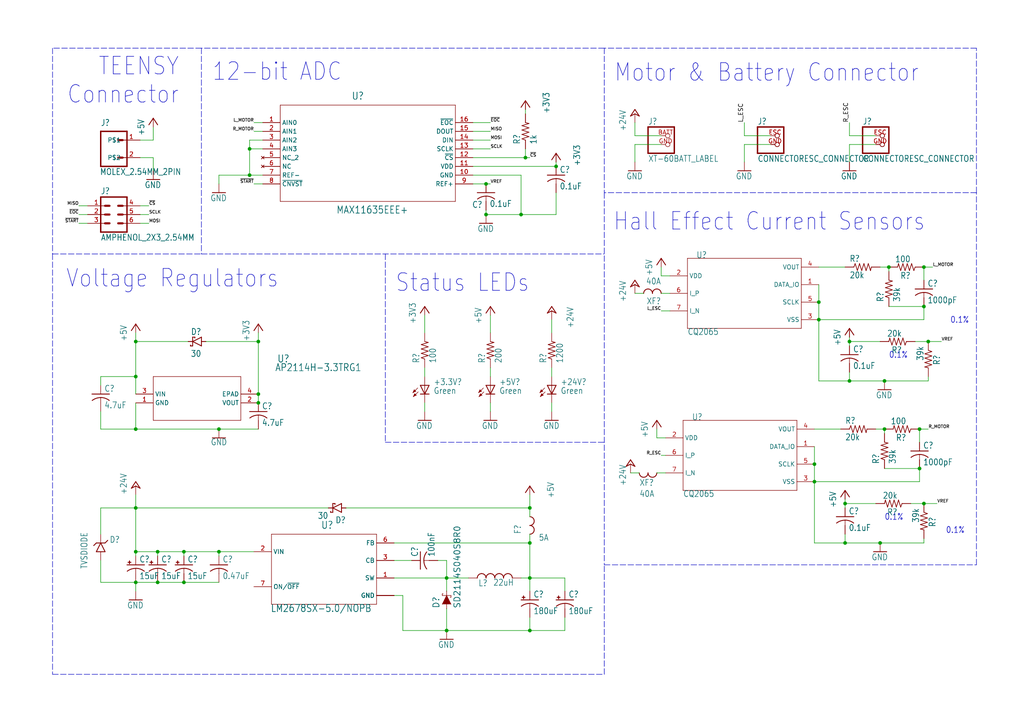
<source format=kicad_sch>
(kicad_sch (version 20211123) (generator eeschema)
  (paper "A4")
  (lib_symbols
    (symbol "powerDistribution-eagle-import:+24V" (power)
      (property "Value" "+24V" (at -2.54 -5.08 90))
      (symbol "+24V_1_0"
        (pin power_in line (at 0 -2.54 90) (length 2.54) (name "+24V") (number "1"))
      )
    )
    (symbol "powerDistribution-eagle-import:+3V3" (power)
      (property "Value" "+3V3" (at -2.54 -5.08 90))
      (symbol "+3V3_1_0"
        (pin power_in line (at 0 -2.54 90) (length 2.54) (name "+3V3") (number "1"))
      )
    )
    (symbol "powerDistribution-eagle-import:+5V" (power)
      (property "Value" "+5V" (at -2.54 -5.08 90))
      (symbol "+5V_1_0"
        (pin power_in line (at 0 -2.54 90) (length 2.54) (name "+5V") (number "1"))
      )
    )
    (symbol "powerDistribution-eagle-import:3550(2)"
      (property "Value" "3550(2)" (at -2.54 -2.54 0))
      (symbol "3550(2)_1_0"
        (pin bidirectional line (at -2.54 0 0) (length 0) (name "1") (number "1"))
        (pin bidirectional line (at -2.54 0 0) (length 0) (name "1") (number "2"))
        (pin bidirectional line (at 2.54 0 180) (length 0) (name "2") (number "3"))
        (pin bidirectional line (at 2.54 0 180) (length 0) (name "2") (number "4"))
      )
    )
    (symbol "powerDistribution-eagle-import:7447709220"
      (property "Value" "7447709220" (at 2.54 -6.35 0))
      (symbol "7447709220_1_0"
        (pin passive line (at 0 7.62 270) (length 2.54) (name "1") (number "1"))
        (pin passive line (at 0 -7.62 90) (length 2.54) (name "2") (number "2"))
      )
    )
    (symbol "powerDistribution-eagle-import:860010373009"
      (property "Reference" "C" (at 1.016 0.635 0))
      (property "Value" "860010373009" (at 1.016 -4.191 0))
      (symbol "860010373009_1_0"
        (pin passive line (at 0 2.54 270) (length 2.54) (name "+") (number "1"))
        (pin passive line (at 0 -5.08 90) (length 2.54) (name "-") (number "2"))
      )
    )
    (symbol "powerDistribution-eagle-import:AMPHENOL_2X3_2.54MM"
      (property "Value" "AMPHENOL_2X3_2.54MM" (at -3.81 -7.62 0))
      (symbol "AMPHENOL_2X3_2.54MM_1_0"
        (pin passive line (at -7.62 2.54 0) (length 5.08) (name "6") (number "1"))
        (pin passive line (at -7.62 0 0) (length 5.08) (name "4") (number "2"))
        (pin passive line (at -7.62 -2.54 0) (length 5.08) (name "2") (number "3"))
        (pin passive line (at 7.62 2.54 180) (length 5.08) (name "5") (number "4"))
        (pin passive line (at 7.62 0 180) (length 5.08) (name "3") (number "5"))
        (pin passive line (at 7.62 -2.54 180) (length 5.08) (name "1") (number "6"))
      )
    )
    (symbol "powerDistribution-eagle-import:AP2114H-3.3TRG1"
      (property "Reference" "U" (at -4.7244 6.5786 0))
      (property "Value" "AP2114H-3.3TRG1" (at -5.3594 -11.2014 0))
      (symbol "AP2114H-3.3TRG1_1_0"
        (pin power_in line (at -17.78 -2.54 0) (length 5.08) (name "GND") (number "1"))
        (pin output line (at 17.78 -2.54 180) (length 5.08) (name "VOUT") (number "2"))
        (pin input line (at -17.78 0 0) (length 5.08) (name "VIN") (number "3"))
        (pin passive line (at 17.78 0 180) (length 5.08) (name "EPAD") (number "4"))
      )
    )
    (symbol "powerDistribution-eagle-import:C-USC0603"
      (property "Reference" "C" (at 1.016 0.635 0))
      (property "Value" "C-USC0603" (at 1.016 -4.191 0))
      (symbol "C-USC0603_1_0"
        (pin passive line (at 0 2.54 270) (length 2.54) (name "1") (number "1"))
        (pin passive line (at 0 -5.08 90) (length 2.54) (name "2") (number "2"))
      )
    )
    (symbol "powerDistribution-eagle-import:CONNECTORESC_CONNECTOR"
      (property "Value" "CONNECTORESC_CONNECTOR" (at -6.35 -5.08 0))
      (symbol "CONNECTORESC_CONNECTOR_1_0"
        (pin passive inverted (at -2.54 2.54 0) (length 2.54) (name "1") (number "ESC"))
        (pin passive inverted (at -2.54 0 0) (length 2.54) (name "2") (number "GND"))
      )
    )
    (symbol "powerDistribution-eagle-import:CQ2065"
      (property "Value" "CQ2065" (at -15.24 -10.16 0))
      (symbol "CQ2065_1_0"
        (pin bidirectional line (at 22.86 2.54 180) (length 5.08) (name "DATA_IO") (number "1"))
        (pin bidirectional line (at -20.32 5.08 0) (length 5.08) (name "VDD") (number "2"))
        (pin bidirectional line (at 22.86 -7.62 180) (length 5.08) (name "VSS") (number "3"))
        (pin bidirectional line (at 22.86 7.62 180) (length 5.08) (name "VOUT") (number "4"))
        (pin bidirectional line (at 22.86 -2.54 180) (length 5.08) (name "SCLK") (number "5"))
        (pin bidirectional line (at -20.32 0 0) (length 5.08) (name "I_P") (number "6"))
        (pin bidirectional line (at -20.32 -5.08 0) (length 5.08) (name "I_N") (number "7"))
      )
    )
    (symbol "powerDistribution-eagle-import:DFLS130L-7"
      (property "Reference" "D" (at -2.54 2.54 0))
      (property "Value" "DFLS130L-7" (at -2.54 -2.54 0))
      (symbol "DFLS130L-7_1_0"
        (pin passive line (at -2.54 0 0) (length 0) (name "A") (number "1"))
        (pin passive line (at 2.54 0 180) (length 0) (name "C") (number "2"))
      )
    )
    (symbol "powerDistribution-eagle-import:ERB-RE5R00V"
      (property "Value" "ERB-RE5R00V" (at -2.54 -2.54 0))
      (symbol "ERB-RE5R00V_1_0"
        (pin bidirectional line (at -2.54 0 0) (length 0) (name "1") (number "1"))
        (pin bidirectional line (at 2.54 0 180) (length 0) (name "2") (number "2"))
      )
    )
    (symbol "powerDistribution-eagle-import:GND" (power)
      (property "Value" "GND" (at 0 -0.254 0))
      (symbol "GND_1_0"
        (pin power_in line (at 0 2.54 270) (length 2.54) (name "GND") (number "1"))
      )
    )
    (symbol "powerDistribution-eagle-import:LED-SMD"
      (property "Reference" "D" (at 2.54 2.54 0))
      (property "Value" "LED-SMD" (at 2.54 0 0))
      (symbol "LED-SMD_1_0"
        (pin passive line (at 0 5.08 270) (length 2.54) (name "A") (number "A"))
        (pin passive line (at 0 -2.54 90) (length 2.54) (name "K") (number "C"))
      )
    )
    (symbol "powerDistribution-eagle-import:LM2678SX-5.0{slash}NOPB"
      (property "Reference" "U" (at -14.8844 11.6586 0))
      (property "Value" "LM2678SX-5.0{slash}NOPB" (at -15.5194 -11.2014 0))
      (symbol "LM2678SX-5.0{slash}NOPB_1_0"
        (pin output line (at 20.32 -2.54 180) (length 5.08) (name "SW") (number "1"))
        (pin input line (at -20.32 5.08 0) (length 5.08) (name "VIN") (number "2"))
        (pin passive line (at 20.32 2.54 180) (length 5.08) (name "CB") (number "3"))
        (pin passive line (at 20.32 -7.62 180) (length 5.08) (name "GND") (number "4"))
        (pin passive line (at 20.32 7.62 180) (length 5.08) (name "FB") (number "6"))
        (pin passive line (at -20.32 -5.08 0) (length 5.08) (name "ON/~{OFF}") (number "7"))
        (pin passive line (at 20.32 -7.62 180) (length 5.08) (name "GND") (number "8"))
      )
    )
    (symbol "powerDistribution-eagle-import:MAX11635EEE+"
      (property "Reference" "U" (at -4.7244 16.7386 0))
      (property "Value" "MAX11635EEE+" (at -5.3594 14.1986 0))
      (symbol "MAX11635EEE+_1_0"
        (pin input line (at -30.48 7.62 0) (length 5.08) (name "AIN0") (number "1"))
        (pin power_in line (at 30.48 -7.62 180) (length 5.08) (name "GND") (number "10"))
        (pin power_in line (at 30.48 -5.08 180) (length 5.08) (name "VDD") (number "11"))
        (pin passive line (at 30.48 -2.54 180) (length 5.08) (name "~{CS}") (number "12"))
        (pin passive line (at 30.48 0 180) (length 5.08) (name "SCLK") (number "13"))
        (pin input line (at 30.48 2.54 180) (length 5.08) (name "DIN") (number "14"))
        (pin output line (at 30.48 5.08 180) (length 5.08) (name "DOUT") (number "15"))
        (pin passive line (at 30.48 7.62 180) (length 5.08) (name "~{EOC}") (number "16"))
        (pin input line (at -30.48 5.08 0) (length 5.08) (name "AIN1") (number "2"))
        (pin input line (at -30.48 2.54 0) (length 5.08) (name "AIN2") (number "3"))
        (pin input line (at -30.48 0 0) (length 5.08) (name "AIN3") (number "4"))
        (pin no_connect line (at -30.48 -2.54 0) (length 5.08) (name "NC_2") (number "5"))
        (pin no_connect line (at -30.48 -5.08 0) (length 5.08) (name "NC") (number "6"))
        (pin passive line (at -30.48 -7.62 0) (length 5.08) (name "REF-") (number "7"))
        (pin passive line (at -30.48 -10.16 0) (length 5.08) (name "~{CNVST}") (number "8"))
        (pin passive line (at 30.48 -10.16 180) (length 5.08) (name "REF+") (number "9"))
      )
    )
    (symbol "powerDistribution-eagle-import:MOLEX_2.54MM_2PIN"
      (property "Value" "MOLEX_2.54MM_2PIN" (at -4.064 -7.62 0))
      (symbol "MOLEX_2.54MM_2PIN_1_0"
        (pin bidirectional line (at 7.62 2.54 180) (length 5.08) (name "P$1") (number "1"))
        (pin bidirectional line (at 7.62 -2.54 180) (length 5.08) (name "P$2") (number "2"))
      )
    )
    (symbol "powerDistribution-eagle-import:R-US_R0603"
      (property "Reference" "R" (at -3.81 1.4986 0))
      (property "Value" "R-US_R0603" (at -3.81 -3.302 0))
      (symbol "R-US_R0603_1_0"
        (pin passive line (at -5.08 0 0) (length 2.54) (name "1") (number "1"))
        (pin passive line (at 5.08 0 180) (length 2.54) (name "2") (number "2"))
      )
    )
    (symbol "powerDistribution-eagle-import:SD2114S040S8R0"
      (property "Value" "SD2114S040S8R0" (at -2.54 -2.032 0))
      (symbol "SD2114S040S8R0_1_0"
        (pin passive line (at -2.54 0 0) (length 0) (name "A") (number "1"))
        (pin passive line (at 2.54 0 180) (length 0) (name "C") (number "2"))
      )
    )
    (symbol "powerDistribution-eagle-import:TR3E156M050C0300"
      (property "Reference" "C" (at 1.016 0.635 0))
      (property "Value" "TR3E156M050C0300" (at 1.016 -4.191 0))
      (symbol "TR3E156M050C0300_1_0"
        (pin passive line (at 0 2.54 270) (length 2.54) (name "+") (number "1"))
        (pin passive line (at 0 -5.08 90) (length 2.54) (name "-") (number "2"))
      )
    )
    (symbol "powerDistribution-eagle-import:TVSDIODE"
      (property "Value" "TVSDIODE" (at 2.54 -2.54 0))
      (symbol "TVSDIODE_1_0"
        (pin passive line (at 0 -5.08 90) (length 2.54) (name "A") (number "P$1"))
        (pin passive line (at 0 2.54 270) (length 2.54) (name "C") (number "P$2"))
      )
    )
    (symbol "powerDistribution-eagle-import:XT-60BATT_LABEL"
      (property "Reference" "J" (at -6.35 5.715 0))
      (property "Value" "XT-60BATT_LABEL" (at -6.35 -5.08 0))
      (symbol "XT-60BATT_LABEL_1_0"
        (pin passive inverted (at -2.54 2.54 0) (length 2.54) (name "1") (number "BATT"))
        (pin passive inverted (at -2.54 0 0) (length 2.54) (name "2") (number "GND"))
      )
    )
  )
  (junction (at 269.24 99.06))
  (junction (at 257.81 77.47))
  (junction (at 256.54 124.46))
  (junction (at 74.93 116.84))
  (junction (at 129.54 182.88))
  (junction (at 237.49 87.63))
  (junction (at 246.38 99.06))
  (junction (at 39.37 124.46))
  (junction (at 53.34 168.91))
  (junction (at 45.72 160.02))
  (junction (at 72.39 50.8))
  (junction (at 74.93 114.3))
  (junction (at 245.11 146.05))
  (junction (at 39.37 168.91))
  (junction (at 266.7 124.46))
  (junction (at 266.7 135.89))
  (junction (at 151.13 62.23))
  (junction (at 236.22 139.7))
  (junction (at 267.97 77.47))
  (junction (at 236.22 134.62))
  (junction (at 140.97 62.23))
  (junction (at 129.54 167.64))
  (junction (at 63.5 124.46))
  (junction (at 255.27 157.48))
  (junction (at 267.97 88.9))
  (junction (at 256.54 110.49))
  (junction (at 246.38 110.49))
  (junction (at 140.97 53.34))
  (junction (at 39.37 160.02))
  (junction (at 74.93 99.06))
  (junction (at 153.67 147.32))
  (junction (at 45.72 168.91))
  (junction (at 237.49 92.71))
  (junction (at 153.67 157.48))
  (junction (at 63.5 160.02))
  (junction (at 39.37 147.32))
  (junction (at 245.11 157.48))
  (junction (at 39.37 99.06))
  (junction (at 53.34 160.02))
  (junction (at 152.4 45.72))
  (junction (at 153.67 182.88))
  (junction (at 153.67 167.64))
  (junction (at 267.97 146.05))
  (junction (at 72.39 43.18))
  (junction (at 161.29 48.26))
  (junction (at 39.37 109.22))
  (wire (pts (xy 40.64 59.69) (xy 43.18 59.69)))
  (wire (pts (xy 266.7 124.46) (xy 269.24 124.46)))
  (wire (pts (xy 269.24 99.06) (xy 265.43 99.06)))
  (wire (pts (xy 237.49 110.49) (xy 246.38 110.49)))
  (wire (pts (xy 63.5 50.8) (xy 63.5 53.34)))
  (wire (pts (xy 182.88 137.16) (xy 185.42 137.16)))
  (wire (pts (xy 153.67 154.94) (xy 153.67 157.48)))
  (wire (pts (xy 72.39 43.18) (xy 76.2 43.18)))
  (wire (pts (xy 127 162.56) (xy 129.54 162.56)))
  (wire (pts (xy 245.11 154.94) (xy 245.11 157.48)))
  (wire (pts (xy 29.21 147.32) (xy 29.21 154.94)))
  (wire (pts (xy 152.4 45.72) (xy 153.67 45.72)))
  (wire (pts (xy 29.21 109.22) (xy 29.21 111.76)))
  (wire (pts (xy 142.24 116.84) (xy 142.24 119.38)))
  (wire (pts (xy 160.02 116.84) (xy 160.02 119.38)))
  (wire (pts (xy 39.37 96.52) (xy 39.37 99.06)))
  (wire (pts (xy 153.67 157.48) (xy 114.3 157.48)))
  (wire (pts (xy 151.13 62.23) (xy 161.29 62.23)))
  (polyline (pts (xy 15.24 73.66) (xy 15.24 195.58)))
  (wire (pts (xy 246.38 97.79) (xy 246.38 99.06)))
  (wire (pts (xy 63.5 161.29) (xy 63.5 160.02)))
  (wire (pts (xy 39.37 109.22) (xy 29.21 109.22)))
  (wire (pts (xy 236.22 157.48) (xy 245.11 157.48)))
  (wire (pts (xy 44.45 40.64) (xy 44.45 36.83)))
  (wire (pts (xy 236.22 124.46) (xy 243.84 124.46)))
  (polyline (pts (xy 111.76 128.27) (xy 175.26 128.27)))
  (wire (pts (xy 246.38 39.37) (xy 246.38 35.56)))
  (wire (pts (xy 152.4 33.02) (xy 152.4 31.75)))
  (wire (pts (xy 191.77 41.91) (xy 184.15 41.91)))
  (wire (pts (xy 25.4 62.23) (xy 22.86 62.23)))
  (wire (pts (xy 45.72 168.91) (xy 53.34 168.91)))
  (wire (pts (xy 114.3 167.64) (xy 129.54 167.64)))
  (wire (pts (xy 256.54 135.89) (xy 266.7 135.89)))
  (wire (pts (xy 184.15 35.56) (xy 184.15 39.37)))
  (wire (pts (xy 194.31 90.17) (xy 191.77 90.17)))
  (wire (pts (xy 246.38 99.06) (xy 246.38 100.33)))
  (wire (pts (xy 215.9 39.37) (xy 215.9 35.56)))
  (wire (pts (xy 39.37 147.32) (xy 95.25 147.32)))
  (wire (pts (xy 256.54 110.49) (xy 269.24 110.49)))
  (wire (pts (xy 39.37 171.45) (xy 39.37 168.91)))
  (polyline (pts (xy 15.24 73.66) (xy 58.42 73.66)))
  (wire (pts (xy 39.37 116.84) (xy 39.37 124.46)))
  (wire (pts (xy 100.33 147.32) (xy 153.67 147.32)))
  (wire (pts (xy 223.52 41.91) (xy 215.9 41.91)))
  (wire (pts (xy 44.45 45.72) (xy 44.45 49.53)))
  (wire (pts (xy 116.84 172.72) (xy 116.84 182.88)))
  (wire (pts (xy 246.38 99.06) (xy 255.27 99.06)))
  (wire (pts (xy 190.5 127) (xy 193.04 127)))
  (wire (pts (xy 267.97 157.48) (xy 267.97 156.21)))
  (wire (pts (xy 135.89 167.64) (xy 129.54 167.64)))
  (wire (pts (xy 267.97 77.47) (xy 270.51 77.47)))
  (polyline (pts (xy 175.26 13.97) (xy 175.26 55.88)))
  (polyline (pts (xy 283.21 13.97) (xy 175.26 13.97)))
  (wire (pts (xy 153.67 182.88) (xy 153.67 179.07)))
  (wire (pts (xy 254 41.91) (xy 246.38 41.91)))
  (wire (pts (xy 223.52 39.37) (xy 215.9 39.37)))
  (wire (pts (xy 140.97 53.34) (xy 142.24 53.34)))
  (wire (pts (xy 266.7 139.7) (xy 266.7 135.89)))
  (wire (pts (xy 256.54 124.46) (xy 256.54 125.73)))
  (wire (pts (xy 137.16 48.26) (xy 161.29 48.26)))
  (wire (pts (xy 123.19 91.44) (xy 123.19 96.52)))
  (wire (pts (xy 129.54 182.88) (xy 116.84 182.88)))
  (wire (pts (xy 255.27 157.48) (xy 267.97 157.48)))
  (wire (pts (xy 267.97 146.05) (xy 271.78 146.05)))
  (wire (pts (xy 190.5 137.16) (xy 193.04 137.16)))
  (wire (pts (xy 186.69 85.09) (xy 184.15 85.09)))
  (wire (pts (xy 151.13 50.8) (xy 151.13 62.23)))
  (wire (pts (xy 246.38 41.91) (xy 246.38 46.99)))
  (wire (pts (xy 140.97 62.23) (xy 140.97 60.96)))
  (wire (pts (xy 137.16 40.64) (xy 142.24 40.64)))
  (wire (pts (xy 129.54 167.64) (xy 129.54 171.45)))
  (wire (pts (xy 59.69 99.06) (xy 74.93 99.06)))
  (wire (pts (xy 236.22 134.62) (xy 236.22 139.7)))
  (wire (pts (xy 76.2 40.64) (xy 72.39 40.64)))
  (wire (pts (xy 160.02 92.71) (xy 160.02 96.52)))
  (wire (pts (xy 72.39 43.18) (xy 72.39 50.8)))
  (wire (pts (xy 163.83 182.88) (xy 163.83 179.07)))
  (polyline (pts (xy 283.21 55.88) (xy 175.26 55.88)))
  (wire (pts (xy 53.34 160.02) (xy 53.34 161.29)))
  (wire (pts (xy 193.04 132.08) (xy 191.77 132.08)))
  (wire (pts (xy 267.97 81.28) (xy 267.97 77.47)))
  (wire (pts (xy 163.83 167.64) (xy 163.83 171.45)))
  (polyline (pts (xy 175.26 195.58) (xy 175.26 163.83)))
  (wire (pts (xy 160.02 106.68) (xy 160.02 109.22)))
  (wire (pts (xy 39.37 99.06) (xy 54.61 99.06)))
  (wire (pts (xy 53.34 160.02) (xy 45.72 160.02)))
  (wire (pts (xy 161.29 62.23) (xy 161.29 55.88)))
  (wire (pts (xy 39.37 124.46) (xy 29.21 124.46)))
  (wire (pts (xy 123.19 106.68) (xy 123.19 109.22)))
  (wire (pts (xy 137.16 45.72) (xy 152.4 45.72)))
  (wire (pts (xy 237.49 82.55) (xy 237.49 87.63)))
  (wire (pts (xy 153.67 171.45) (xy 153.67 167.64)))
  (wire (pts (xy 129.54 182.88) (xy 129.54 176.53)))
  (wire (pts (xy 72.39 50.8) (xy 63.5 50.8)))
  (wire (pts (xy 137.16 53.34) (xy 140.97 53.34)))
  (wire (pts (xy 267.97 146.05) (xy 264.16 146.05)))
  (wire (pts (xy 245.11 146.05) (xy 254 146.05)))
  (wire (pts (xy 114.3 172.72) (xy 116.84 172.72)))
  (wire (pts (xy 153.67 182.88) (xy 163.83 182.88)))
  (wire (pts (xy 254 39.37) (xy 246.38 39.37)))
  (wire (pts (xy 39.37 99.06) (xy 39.37 109.22)))
  (wire (pts (xy 114.3 162.56) (xy 119.38 162.56)))
  (wire (pts (xy 246.38 107.95) (xy 246.38 110.49)))
  (wire (pts (xy 137.16 43.18) (xy 142.24 43.18)))
  (wire (pts (xy 237.49 77.47) (xy 245.11 77.47)))
  (wire (pts (xy 39.37 161.29) (xy 39.37 160.02)))
  (wire (pts (xy 194.31 85.09) (xy 191.77 85.09)))
  (wire (pts (xy 245.11 144.78) (xy 245.11 146.05)))
  (wire (pts (xy 72.39 40.64) (xy 72.39 43.18)))
  (wire (pts (xy 76.2 38.1) (xy 73.66 38.1)))
  (wire (pts (xy 237.49 92.71) (xy 267.97 92.71)))
  (wire (pts (xy 40.64 45.72) (xy 44.45 45.72)))
  (wire (pts (xy 39.37 147.32) (xy 29.21 147.32)))
  (wire (pts (xy 40.64 64.77) (xy 43.18 64.77)))
  (wire (pts (xy 45.72 160.02) (xy 39.37 160.02)))
  (wire (pts (xy 76.2 50.8) (xy 72.39 50.8)))
  (wire (pts (xy 137.16 35.56) (xy 142.24 35.56)))
  (wire (pts (xy 39.37 147.32) (xy 39.37 160.02)))
  (polyline (pts (xy 58.42 13.97) (xy 58.42 73.66)))
  (polyline (pts (xy 175.26 55.88) (xy 175.26 163.83)))
  (wire (pts (xy 257.81 88.9) (xy 267.97 88.9)))
  (wire (pts (xy 45.72 160.02) (xy 45.72 161.29)))
  (wire (pts (xy 29.21 162.56) (xy 29.21 168.91)))
  (wire (pts (xy 142.24 106.68) (xy 142.24 109.22)))
  (wire (pts (xy 153.67 167.64) (xy 163.83 167.64)))
  (polyline (pts (xy 175.26 163.83) (xy 283.21 163.83)))
  (polyline (pts (xy 111.76 73.66) (xy 111.76 128.27)))
  (wire (pts (xy 123.19 116.84) (xy 123.19 119.38)))
  (wire (pts (xy 39.37 124.46) (xy 63.5 124.46)))
  (wire (pts (xy 76.2 35.56) (xy 73.66 35.56)))
  (wire (pts (xy 237.49 92.71) (xy 237.49 110.49)))
  (wire (pts (xy 245.11 157.48) (xy 255.27 157.48)))
  (wire (pts (xy 129.54 162.56) (xy 129.54 167.64)))
  (wire (pts (xy 236.22 129.54) (xy 236.22 134.62)))
  (wire (pts (xy 25.4 64.77) (xy 22.86 64.77)))
  (wire (pts (xy 257.81 77.47) (xy 257.81 78.74)))
  (wire (pts (xy 254 124.46) (xy 256.54 124.46)))
  (polyline (pts (xy 15.24 13.97) (xy 15.24 73.66)))
  (wire (pts (xy 39.37 168.91) (xy 45.72 168.91)))
  (wire (pts (xy 25.4 59.69) (xy 22.86 59.69)))
  (wire (pts (xy 184.15 39.37) (xy 191.77 39.37)))
  (wire (pts (xy 153.67 147.32) (xy 153.67 149.86)))
  (polyline (pts (xy 283.21 163.83) (xy 283.21 55.88)))
  (wire (pts (xy 74.93 96.52) (xy 74.93 99.06)))
  (wire (pts (xy 246.38 110.49) (xy 256.54 110.49)))
  (wire (pts (xy 39.37 143.51) (xy 39.37 147.32)))
  (wire (pts (xy 142.24 91.44) (xy 142.24 96.52)))
  (wire (pts (xy 29.21 124.46) (xy 29.21 119.38)))
  (wire (pts (xy 269.24 99.06) (xy 273.05 99.06)))
  (wire (pts (xy 191.77 80.01) (xy 194.31 80.01)))
  (wire (pts (xy 266.7 128.27) (xy 266.7 124.46)))
  (wire (pts (xy 236.22 139.7) (xy 236.22 157.48)))
  (wire (pts (xy 237.49 87.63) (xy 237.49 92.71)))
  (wire (pts (xy 53.34 168.91) (xy 63.5 168.91)))
  (wire (pts (xy 267.97 92.71) (xy 267.97 88.9)))
  (wire (pts (xy 236.22 139.7) (xy 266.7 139.7)))
  (wire (pts (xy 153.67 182.88) (xy 129.54 182.88)))
  (wire (pts (xy 40.64 40.64) (xy 44.45 40.64)))
  (wire (pts (xy 76.2 53.34) (xy 73.66 53.34)))
  (wire (pts (xy 152.4 43.18) (xy 152.4 45.72)))
  (wire (pts (xy 215.9 41.91) (xy 215.9 46.99)))
  (wire (pts (xy 255.27 77.47) (xy 257.81 77.47)))
  (wire (pts (xy 29.21 168.91) (xy 39.37 168.91)))
  (wire (pts (xy 245.11 146.05) (xy 245.11 147.32)))
  (polyline (pts (xy 283.21 55.88) (xy 283.21 13.97)))
  (wire (pts (xy 63.5 160.02) (xy 53.34 160.02)))
  (wire (pts (xy 74.93 99.06) (xy 74.93 114.3)))
  (wire (pts (xy 153.67 167.64) (xy 153.67 157.48)))
  (wire (pts (xy 161.29 48.26) (xy 161.29 46.99)))
  (wire (pts (xy 151.13 167.64) (xy 153.67 167.64)))
  (wire (pts (xy 269.24 110.49) (xy 269.24 109.22)))
  (wire (pts (xy 190.5 124.46) (xy 190.5 127)))
  (wire (pts (xy 40.64 62.23) (xy 43.18 62.23)))
  (polyline (pts (xy 15.24 195.58) (xy 175.26 195.58)))
  (wire (pts (xy 63.5 160.02) (xy 73.66 160.02)))
  (wire (pts (xy 74.93 116.84) (xy 74.93 114.3)))
  (wire (pts (xy 191.77 77.47) (xy 191.77 80.01)))
  (wire (pts (xy 137.16 50.8) (xy 151.13 50.8)))
  (polyline (pts (xy 58.42 73.66) (xy 175.26 73.66)))
  (polyline (pts (xy 175.26 13.97) (xy 58.42 13.97)))
  (wire (pts (xy 151.13 62.23) (xy 140.97 62.23)))
  (wire (pts (xy 39.37 114.3) (xy 39.37 109.22)))
  (wire (pts (xy 153.67 147.32) (xy 153.67 143.51)))
  (wire (pts (xy 74.93 124.46) (xy 63.5 124.46)))
  (polyline (pts (xy 58.42 13.97) (xy 15.24 13.97)))
  (wire (pts (xy 184.15 41.91) (xy 184.15 46.99)))
  (wire (pts (xy 137.16 38.1) (xy 142.24 38.1)))
  (text "0.1%" (at 274.32 154.94 180) (effects (font (size 1.778 1.5113)) (justify left bottom)))
  (text "12-bit ADC" (at 61.468 23.876 180) (effects (font (size 5.08 4.318)) (justify left bottom)))
  (text "0.1%" (at 257.81 104.14 180) (effects (font (size 1.778 1.5113)) (justify left bottom)))
  (text "Hall Effect Current Sensors" (at 177.8 67.31 180) (effects (font (size 5.08 4.318)) (justify left bottom)))
  (text "0.1%" (at 275.59 93.98 180) (effects (font (size 1.778 1.5113)) (justify left bottom)))
  (text "Motor & Battery Connector" (at 266.7 24.13 180) (effects (font (size 5.08 4.318)) (justify right bottom)))
  (text "TEENSY\nConnector" (at 52.07 30.48 180) (effects (font (size 5.08 4.318)) (justify right bottom)))
  (text "0.1%" (at 256.54 151.13 180) (effects (font (size 1.778 1.5113)) (justify left bottom)))
  (text "Voltage Regulators" (at 19.05 83.82 180) (effects (font (size 5.08 4.318)) (justify left bottom)))
  (text "Status LEDs" (at 153.67 85.09 180) (effects (font (size 5.08 4.318)) (justify right bottom)))
  (label "~{START}" (at 73.66 53.34 180) (effects (font (size 0.889 0.889))))
  (label "L_ESC" (at 191.77 90.17 180) (effects (font (size 0.889 0.889))))
  (label "~{CS}" (at 43.18 59.69 0) (effects (font (size 0.889 0.889))))
  (label "L_MOTOR" (at 73.66 35.56 180) (effects (font (size 0.889 0.889))))
  (label "R_MOTOR" (at 73.66 38.1 180) (effects (font (size 0.889 0.889))))
  (label "~{START}" (at 22.86 64.77 180) (effects (font (size 0.889 0.889))))
  (label "L_ESC" (at 215.9 35.56 90) (effects (font (size 1.2446 1.2446))))
  (label "L_MOTOR" (at 270.51 77.47 0) (effects (font (size 0.889 0.889))))
  (label "R_ESC" (at 246.38 35.56 90) (effects (font (size 1.2446 1.2446))))
  (label "MOSI" (at 142.24 40.64 0) (effects (font (size 0.889 0.889))))
  (label "MISO" (at 142.24 38.1 0) (effects (font (size 0.889 0.889))))
  (label "R_ESC" (at 191.77 132.08 180) (effects (font (size 0.889 0.889))))
  (label "SCLK" (at 43.18 62.23 0) (effects (font (size 0.889 0.889))))
  (label "VREF" (at 273.05 99.06 0) (effects (font (size 0.889 0.889))))
  (label "~{CS}" (at 153.67 45.72 0) (effects (font (size 0.889 0.889))))
  (label "~{EOC}" (at 22.86 62.23 180) (effects (font (size 0.889 0.889))))
  (label "SCLK" (at 142.24 43.18 0) (effects (font (size 0.889 0.889))))
  (label "MISO" (at 22.86 59.69 180) (effects (font (size 0.889 0.889))))
  (label "VREF" (at 271.78 146.05 0) (effects (font (size 0.889 0.889))))
  (label "R_MOTOR" (at 269.24 124.46 0) (effects (font (size 0.889 0.889))))
  (label "~{EOC}" (at 142.24 35.56 0) (effects (font (size 0.889 0.889))))
  (label "VREF" (at 142.24 53.34 0) (effects (font (size 0.889 0.889))))
  (label "MOSI" (at 43.18 64.77 0) (effects (font (size 0.889 0.889))))
  (symbol (lib_id "powerDistribution-eagle-import:R-US_R0603") (at 269.24 104.14 270) (unit 1)
    (property "Reference" "R?" (at 270.7386 102.87 0) (effects (font (size 1.778 1.5113)) (justify left bottom)))
    (property "Value" "39k" (at 265.938 100.33 0) (effects (font (size 1.778 1.5113)) (justify left bottom)))
    (property "Footprint" "powerDistribution:R0603" (effects hide))
  )
  (symbol (lib_id "powerDistribution-eagle-import:3550(2)") (at 189.23 85.09 180) (unit 1)
    (property "Reference" "XF?" (at 191.77 86.36 0) (effects (font (size 1.778 1.5113)) (justify left bottom)))
    (property "Value" "40A" (at 191.77 82.55 0) (effects (font (size 1.778 1.5113)) (justify left top)))
    (property "Footprint" "powerDistribution:3550" (effects hide))
  )
  (symbol (lib_id "powerDistribution-eagle-import:+24V") (at 182.88 134.62 0) (unit 1)
    (property "Reference" "#P+?" (effects hide))
    (property "Value" "+24V" (at 181.61 140.97 90) (effects (font (size 1.778 1.5113)) (justify left bottom)))
    (property "Footprint" "powerDistribution:" (effects hide))
  )
  (symbol (lib_id "powerDistribution-eagle-import:R-US_R0603") (at 259.08 146.05 180) (unit 1)
    (property "Reference" "R?" (at 260.35 147.5486 0) (effects (font (size 1.778 1.5113)) (justify left bottom)))
    (property "Value" "20k" (at 260.35 142.748 0) (effects (font (size 1.778 1.5113)) (justify left bottom)))
    (property "Footprint" "powerDistribution:R0603" (effects hide))
  )
  (symbol (lib_id "powerDistribution-eagle-import:860010373009") (at 153.67 173.99 0) (unit 1)
    (property "Reference" "C?" (at 154.686 173.355 0) (effects (font (size 1.778 1.5113)) (justify left bottom)))
    (property "Value" "180uF" (at 154.686 178.181 0) (effects (font (size 1.778 1.5113)) (justify left bottom)))
    (property "Footprint" "powerDistribution:860010373009" (effects hide))
  )
  (symbol (lib_id "powerDistribution-eagle-import:LM2678SX-5.0{slash}NOPB") (at 93.98 165.1 0) (unit 1)
    (property "Reference" "U?" (at 93.0656 153.4414 0) (effects (font (size 2.0828 1.7703)) (justify left bottom)))
    (property "Value" "LM2678SX-5.0{slash}NOPB" (at 78.4606 177.5714 0) (effects (font (size 2.0828 1.7703)) (justify left bottom)))
    (property "Footprint" "powerDistribution:TS7B" (effects hide))
  )
  (symbol (lib_id "powerDistribution-eagle-import:C-USC0603") (at 29.21 114.3 0) (unit 1)
    (property "Reference" "C?" (at 30.226 113.665 0) (effects (font (size 1.778 1.5113)) (justify left bottom)))
    (property "Value" "4.7uF" (at 30.226 118.491 0) (effects (font (size 1.778 1.5113)) (justify left bottom)))
    (property "Footprint" "powerDistribution:C0603" (effects hide))
  )
  (symbol (lib_id "powerDistribution-eagle-import:GND") (at 142.24 121.92 0) (unit 1)
    (property "Reference" "#GND?" (effects hide))
    (property "Value" "GND" (at 139.7 124.46 0) (effects (font (size 1.778 1.5113)) (justify left bottom)))
    (property "Footprint" "powerDistribution:" (effects hide))
  )
  (symbol (lib_id "powerDistribution-eagle-import:GND") (at 256.54 113.03 0) (unit 1)
    (property "Reference" "#GND?" (effects hide))
    (property "Value" "GND" (at 254 115.57 0) (effects (font (size 1.778 1.5113)) (justify left bottom)))
    (property "Footprint" "powerDistribution:" (effects hide))
  )
  (symbol (lib_id "powerDistribution-eagle-import:C-USC0603") (at 74.93 119.38 0) (unit 1)
    (property "Reference" "C?" (at 75.946 118.745 0) (effects (font (size 1.778 1.5113)) (justify left bottom)))
    (property "Value" "4.7uF" (at 75.946 123.571 0) (effects (font (size 1.778 1.5113)) (justify left bottom)))
    (property "Footprint" "powerDistribution:C0603" (effects hide))
  )
  (symbol (lib_id "powerDistribution-eagle-import:+5V") (at 153.67 140.97 0) (unit 1)
    (property "Reference" "#P+?" (effects hide))
    (property "Value" "+5V" (at 158.75 139.7 90) (effects (font (size 1.778 1.5113)) (justify right top)))
    (property "Footprint" "powerDistribution:" (effects hide))
  )
  (symbol (lib_id "powerDistribution-eagle-import:860010373009") (at 163.83 173.99 0) (unit 1)
    (property "Reference" "C?" (at 164.846 173.355 0) (effects (font (size 1.778 1.5113)) (justify left bottom)))
    (property "Value" "180uF" (at 164.846 178.181 0) (effects (font (size 1.778 1.5113)) (justify left bottom)))
    (property "Footprint" "powerDistribution:860010373009" (effects hide))
  )
  (symbol (lib_id "powerDistribution-eagle-import:R-US_R0603") (at 262.89 77.47 180) (unit 1)
    (property "Reference" "R?" (at 264.16 78.9686 0) (effects (font (size 1.778 1.5113)) (justify left bottom)))
    (property "Value" "100" (at 264.16 74.168 0) (effects (font (size 1.778 1.5113)) (justify left bottom)))
    (property "Footprint" "powerDistribution:R0603" (effects hide))
  )
  (symbol (lib_id "powerDistribution-eagle-import:TVSDIODE") (at 29.21 157.48 0) (unit 1)
    (property "Reference" "D?" (at 31.75 157.48 0) (effects (font (size 1.778 1.5113)) (justify left bottom)))
    (property "Value" "TVSDIODE" (at 25.4 165.1 90) (effects (font (size 1.778 1.5113)) (justify left bottom)))
    (property "Footprint" "powerDistribution:TVSDIODE" (effects hide))
  )
  (symbol (lib_id "powerDistribution-eagle-import:7447709220") (at 143.51 167.64 90) (unit 1)
    (property "Reference" "L?" (at 141.478 168.148 90) (effects (font (size 1.778 1.5113)) (justify left bottom)))
    (property "Value" "22uH" (at 143.002 169.926 90) (effects (font (size 1.778 1.5113)) (justify right top)))
    (property "Footprint" "powerDistribution:INDUCTOR22" (effects hide))
  )
  (symbol (lib_id "powerDistribution-eagle-import:+5V") (at 246.38 95.25 0) (unit 1)
    (property "Reference" "#P+?" (effects hide))
    (property "Value" "+5V" (at 243.84 100.33 90) (effects (font (size 1.778 1.5113)) (justify left bottom)))
    (property "Footprint" "powerDistribution:" (effects hide))
  )
  (symbol (lib_id "powerDistribution-eagle-import:LED-SMD") (at 123.19 114.3 0) (unit 1)
    (property "Reference" "+3.3V?" (at 125.73 111.76 0) (effects (font (size 1.778 1.5113)) (justify left bottom)))
    (property "Value" "Green" (at 125.73 114.3 0) (effects (font (size 1.778 1.5113)) (justify left bottom)))
    (property "Footprint" "powerDistribution:CHIP-LED0603" (effects hide))
  )
  (symbol (lib_id "powerDistribution-eagle-import:SD2114S040S8R0") (at 129.54 173.99 90) (unit 1)
    (property "Reference" "D?" (at 127.508 176.53 0) (effects (font (size 1.778 1.778)) (justify left bottom)))
    (property "Value" "SD2114S040S8R0" (at 131.572 176.53 0) (effects (font (size 1.778 1.778)) (justify left top)))
    (property "Footprint" "powerDistribution:SD2114S040S8R0" (effects hide))
  )
  (symbol (lib_id "powerDistribution-eagle-import:GND") (at 63.5 127 0) (unit 1)
    (property "Reference" "#GND?" (effects hide))
    (property "Value" "GND" (at 63.5 127.254 0) (effects (font (size 1.778 1.5113)) (justify top)))
    (property "Footprint" "powerDistribution:" (effects hide))
  )
  (symbol (lib_id "powerDistribution-eagle-import:+5V") (at 245.11 142.24 0) (unit 1)
    (property "Reference" "#P+?" (effects hide))
    (property "Value" "+5V" (at 242.57 147.32 90) (effects (font (size 1.778 1.5113)) (justify left bottom)))
    (property "Footprint" "powerDistribution:" (effects hide))
  )
  (symbol (lib_id "powerDistribution-eagle-import:ERB-RE5R00V") (at 153.67 152.4 90) (unit 1)
    (property "Reference" "F?" (at 151.13 154.94 0) (effects (font (size 1.778 1.5113)) (justify left bottom)))
    (property "Value" "5A" (at 156.21 154.94 90) (effects (font (size 1.778 1.5113)) (justify right bottom)))
    (property "Footprint" "powerDistribution:ERB-RE5R00V" (effects hide))
  )
  (symbol (lib_id "powerDistribution-eagle-import:+24V") (at 39.37 140.97 0) (unit 1)
    (property "Reference" "#P+?" (effects hide))
    (property "Value" "+24V" (at 36.83 143.51 90) (effects (font (size 1.778 1.5113)) (justify left bottom)))
    (property "Footprint" "powerDistribution:" (effects hide))
  )
  (symbol (lib_id "powerDistribution-eagle-import:MAX11635EEE+") (at 106.68 43.18 0) (unit 1)
    (property "Reference" "U?" (at 101.9556 28.9814 0) (effects (font (size 2.0828 1.7703)) (justify left bottom)))
    (property "Value" "MAX11635EEE+" (at 97.5106 62.0014 0) (effects (font (size 2.0828 1.7703)) (justify left bottom)))
    (property "Footprint" "powerDistribution:21-0055H_16_MXM" (effects hide))
  )
  (symbol (lib_id "powerDistribution-eagle-import:AP2114H-3.3TRG1") (at 57.15 114.3 0) (unit 1)
    (property "Reference" "U?" (at 80.3656 105.1814 0) (effects (font (size 2.0828 1.7703)) (justify left bottom)))
    (property "Value" "AP2114H-3.3TRG1" (at 79.7306 107.7214 0) (effects (font (size 2.0828 1.7703)) (justify left bottom)))
    (property "Footprint" "powerDistribution:SOT-223" (effects hide))
  )
  (symbol (lib_id "powerDistribution-eagle-import:+5V") (at 44.45 34.29 0) (unit 1)
    (property "Reference" "#P+?" (effects hide))
    (property "Value" "+5V" (at 41.91 39.37 90) (effects (font (size 1.778 1.5113)) (justify left bottom)))
    (property "Footprint" "powerDistribution:" (effects hide))
  )
  (symbol (lib_id "powerDistribution-eagle-import:GND") (at 140.97 64.77 0) (unit 1)
    (property "Reference" "#GND?" (effects hide))
    (property "Value" "GND" (at 138.43 67.31 0) (effects (font (size 1.778 1.5113)) (justify left bottom)))
    (property "Footprint" "powerDistribution:" (effects hide))
  )
  (symbol (lib_id "powerDistribution-eagle-import:GND") (at 39.37 173.99 0) (unit 1)
    (property "Reference" "#GND?" (effects hide))
    (property "Value" "GND" (at 36.83 176.53 0) (effects (font (size 1.778 1.5113)) (justify left bottom)))
    (property "Footprint" "powerDistribution:" (effects hide))
  )
  (symbol (lib_id "powerDistribution-eagle-import:GND") (at 215.9 49.53 0) (unit 1)
    (property "Reference" "#GND?" (effects hide))
    (property "Value" "GND" (at 213.36 52.07 0) (effects (font (size 1.778 1.5113)) (justify left bottom)))
    (property "Footprint" "powerDistribution:" (effects hide))
  )
  (symbol (lib_id "powerDistribution-eagle-import:C-USC0603") (at 267.97 83.82 0) (unit 1)
    (property "Reference" "C?" (at 268.986 83.185 0) (effects (font (size 1.778 1.5113)) (justify left bottom)))
    (property "Value" "1000pF" (at 268.986 88.011 0) (effects (font (size 1.778 1.5113)) (justify left bottom)))
    (property "Footprint" "powerDistribution:C0603" (effects hide))
  )
  (symbol (lib_id "powerDistribution-eagle-import:C-USC0603") (at 245.11 149.86 0) (unit 1)
    (property "Reference" "C?" (at 246.126 149.225 0) (effects (font (size 1.778 1.5113)) (justify left bottom)))
    (property "Value" "0.1uF" (at 246.126 154.051 0) (effects (font (size 1.778 1.5113)) (justify left bottom)))
    (property "Footprint" "powerDistribution:C0603" (effects hide))
  )
  (symbol (lib_id "powerDistribution-eagle-import:TR3E156M050C0300") (at 39.37 163.83 0) (unit 1)
    (property "Reference" "C?" (at 40.386 163.195 0) (effects (font (size 1.778 1.5113)) (justify left bottom)))
    (property "Value" "15uF" (at 40.386 168.021 0) (effects (font (size 1.778 1.5113)) (justify left bottom)))
    (property "Footprint" "powerDistribution:TR3E156M050C0300" (effects hide))
  )
  (symbol (lib_id "powerDistribution-eagle-import:LED-SMD") (at 160.02 114.3 0) (unit 1)
    (property "Reference" "+24V?" (at 162.56 111.76 0) (effects (font (size 1.778 1.5113)) (justify left bottom)))
    (property "Value" "Green" (at 162.56 114.3 0) (effects (font (size 1.778 1.5113)) (justify left bottom)))
    (property "Footprint" "powerDistribution:CHIP-LED0603" (effects hide))
  )
  (symbol (lib_id "powerDistribution-eagle-import:R-US_R0603") (at 250.19 77.47 0) (unit 1)
    (property "Reference" "R?" (at 246.38 75.9714 0) (effects (font (size 1.778 1.5113)) (justify left bottom)))
    (property "Value" "20k" (at 246.38 80.772 0) (effects (font (size 1.778 1.5113)) (justify left bottom)))
    (property "Footprint" "powerDistribution:R0603" (effects hide))
  )
  (symbol (lib_id "powerDistribution-eagle-import:CONNECTORESC_CONNECTOR") (at 256.54 41.91 0) (unit 1)
    (property "Reference" "J?" (at 250.19 36.195 0) (effects (font (size 1.778 1.5113)) (justify left bottom)))
    (property "Value" "CONNECTORESC_CONNECTOR" (at 250.19 46.99 0) (effects (font (size 1.778 1.5113)) (justify left bottom)))
    (property "Footprint" "powerDistribution:ESC_CONNECT" (effects hide))
  )
  (symbol (lib_id "powerDistribution-eagle-import:+5V") (at 190.5 121.92 0) (unit 1)
    (property "Reference" "#P+?" (effects hide))
    (property "Value" "+5V" (at 187.96 127 90) (effects (font (size 1.778 1.5113)) (justify left bottom)))
    (property "Footprint" "powerDistribution:" (effects hide))
  )
  (symbol (lib_id "powerDistribution-eagle-import:+24V") (at 184.15 82.55 0) (unit 1)
    (property "Reference" "#P+?" (effects hide))
    (property "Value" "+24V" (at 181.61 87.63 90) (effects (font (size 1.778 1.5113)) (justify left bottom)))
    (property "Footprint" "powerDistribution:" (effects hide))
  )
  (symbol (lib_id "powerDistribution-eagle-import:GND") (at 129.54 185.42 0) (unit 1)
    (property "Reference" "#GND?" (effects hide))
    (property "Value" "GND" (at 127 187.96 0) (effects (font (size 1.778 1.5113)) (justify left bottom)))
    (property "Footprint" "powerDistribution:" (effects hide))
  )
  (symbol (lib_id "powerDistribution-eagle-import:XT-60BATT_LABEL") (at 194.31 41.91 0) (unit 1)
    (property "Reference" "J?" (at 187.96 36.195 0) (effects (font (size 1.778 1.5113)) (justify left bottom)))
    (property "Value" "XT-60BATT_LABEL" (at 187.96 46.99 0) (effects (font (size 1.778 1.5113)) (justify left bottom)))
    (property "Footprint" "powerDistribution:XT-60" (effects hide))
  )
  (symbol (lib_id "powerDistribution-eagle-import:R-US_R0603") (at 257.81 83.82 90) (unit 1)
    (property "Reference" "R?" (at 256.3114 87.63 0) (effects (font (size 1.778 1.5113)) (justify left bottom)))
    (property "Value" "39k" (at 261.112 87.63 0) (effects (font (size 1.778 1.5113)) (justify left bottom)))
    (property "Footprint" "powerDistribution:R0603" (effects hide))
  )
  (symbol (lib_id "powerDistribution-eagle-import:DFLS130L-7") (at 97.79 147.32 180) (unit 1)
    (property "Reference" "D?" (at 100.33 149.86 0) (effects (font (size 1.778 1.5113)) (justify left bottom)))
    (property "Value" "30" (at 95.25 148.59 0) (effects (font (size 1.778 1.5113)) (justify left bottom)))
    (property "Footprint" "powerDistribution:DFLS130L-7" (effects hide))
  )
  (symbol (lib_id "powerDistribution-eagle-import:+24V") (at 160.02 90.17 0) (unit 1)
    (property "Reference" "#P+?" (effects hide))
    (property "Value" "+24V" (at 166.37 95.25 90) (effects (font (size 1.778 1.5113)) (justify left bottom)))
    (property "Footprint" "powerDistribution:" (effects hide))
  )
  (symbol (lib_id "powerDistribution-eagle-import:TR3E156M050C0300") (at 45.72 163.83 0) (unit 1)
    (property "Reference" "C?" (at 46.736 163.195 0) (effects (font (size 1.778 1.5113)) (justify left bottom)))
    (property "Value" "15uF" (at 46.736 168.021 0) (effects (font (size 1.778 1.5113)) (justify left bottom)))
    (property "Footprint" "powerDistribution:TR3E156M050C0300" (effects hide))
  )
  (symbol (lib_id "powerDistribution-eagle-import:GND") (at 246.38 49.53 0) (unit 1)
    (property "Reference" "#GND?" (effects hide))
    (property "Value" "GND" (at 243.84 52.07 0) (effects (font (size 1.778 1.5113)) (justify left bottom)))
    (property "Footprint" "powerDistribution:" (effects hide))
  )
  (symbol (lib_id "powerDistribution-eagle-import:C-USC0603") (at 140.97 55.88 0) (unit 1)
    (property "Reference" "C?" (at 136.906 60.325 0) (effects (font (size 1.778 1.5113)) (justify left bottom)))
    (property "Value" "0.1uF" (at 141.986 60.071 0) (effects (font (size 1.778 1.5113)) (justify left bottom)))
    (property "Footprint" "powerDistribution:C0603" (effects hide))
  )
  (symbol (lib_id "powerDistribution-eagle-import:R-US_R0603") (at 260.35 99.06 180) (unit 1)
    (property "Reference" "R?" (at 261.62 100.5586 0) (effects (font (size 1.778 1.5113)) (justify left bottom)))
    (property "Value" "20k" (at 261.62 95.758 0) (effects (font (size 1.778 1.5113)) (justify left bottom)))
    (property "Footprint" "powerDistribution:R0603" (effects hide))
  )
  (symbol (lib_id "powerDistribution-eagle-import:LED-SMD") (at 142.24 114.3 0) (unit 1)
    (property "Reference" "+5V?" (at 144.78 111.76 0) (effects (font (size 1.778 1.5113)) (justify left bottom)))
    (property "Value" "Green" (at 144.78 114.3 0) (effects (font (size 1.778 1.5113)) (justify left bottom)))
    (property "Footprint" "powerDistribution:CHIP-LED0603" (effects hide))
  )
  (symbol (lib_id "powerDistribution-eagle-import:GND") (at 63.5 55.88 0) (unit 1)
    (property "Reference" "#GND?" (effects hide))
    (property "Value" "GND" (at 60.96 58.42 0) (effects (font (size 1.778 1.5113)) (justify left bottom)))
    (property "Footprint" "powerDistribution:" (effects hide))
  )
  (symbol (lib_id "powerDistribution-eagle-import:+5V") (at 39.37 93.98 0) (unit 1)
    (property "Reference" "#P+?" (effects hide))
    (property "Value" "+5V" (at 36.83 99.06 90) (effects (font (size 1.778 1.5113)) (justify left bottom)))
    (property "Footprint" "powerDistribution:" (effects hide))
  )
  (symbol (lib_id "powerDistribution-eagle-import:R-US_R0603") (at 267.97 151.13 270) (unit 1)
    (property "Reference" "R?" (at 269.4686 149.86 0) (effects (font (size 1.778 1.5113)) (justify left bottom)))
    (property "Value" "39k" (at 264.668 147.32 0) (effects (font (size 1.778 1.5113)) (justify left bottom)))
    (property "Footprint" "powerDistribution:R0603" (effects hide))
  )
  (symbol (lib_id "powerDistribution-eagle-import:+24V") (at 184.15 33.02 0) (unit 1)
    (property "Reference" "#P+?" (effects hide))
    (property "Value" "+24V" (at 181.61 38.1 90) (effects (font (size 1.778 1.5113)) (justify left bottom)))
    (property "Footprint" "powerDistribution:" (effects hide))
  )
  (symbol (lib_id "powerDistribution-eagle-import:C-USC0603") (at 121.92 162.56 90) (unit 1)
    (property "Reference" "C?" (at 121.285 161.544 0) (effects (font (size 1.778 1.5113)) (justify left bottom)))
    (property "Value" "100nF" (at 126.111 161.544 0) (effects (font (size 1.778 1.5113)) (justify left bottom)))
    (property "Footprint" "powerDistribution:C0603" (effects hide))
  )
  (symbol (lib_id "powerDistribution-eagle-import:C-USC0603") (at 63.5 163.83 0) (unit 1)
    (property "Reference" "C?" (at 64.516 163.195 0) (effects (font (size 1.778 1.5113)) (justify left bottom)))
    (property "Value" "0.47uF" (at 64.516 168.021 0) (effects (font (size 1.778 1.5113)) (justify left bottom)))
    (property "Footprint" "powerDistribution:C0603" (effects hide))
  )
  (symbol (lib_id "powerDistribution-eagle-import:DFLS130L-7") (at 57.15 99.06 180) (unit 1)
    (property "Reference" "D?" (at 58.42 95.25 0) (effects (font (size 1.778 1.5113)) (justify left bottom)))
    (property "Value" "30" (at 58.42 101.6 0) (effects (font (size 1.778 1.5113)) (justify left bottom)))
    (property "Footprint" "powerDistribution:DFLS130L-7" (effects hide))
  )
  (symbol (lib_id "powerDistribution-eagle-import:R-US_R0603") (at 152.4 38.1 90) (unit 1)
    (property "Reference" "R?" (at 150.9014 41.91 0) (effects (font (size 1.778 1.5113)) (justify left bottom)))
    (property "Value" "1k" (at 155.702 41.91 0) (effects (font (size 1.778 1.5113)) (justify left bottom)))
    (property "Footprint" "powerDistribution:R0603" (effects hide))
  )
  (symbol (lib_id "powerDistribution-eagle-import:+3V3") (at 152.4 29.21 0) (unit 1)
    (property "Reference" "#+3V?" (effects hide))
    (property "Value" "+3V3" (at 157.48 26.67 90) (effects (font (size 1.778 1.5113)) (justify right top)))
    (property "Footprint" "powerDistribution:" (effects hide))
  )
  (symbol (lib_id "powerDistribution-eagle-import:AMPHENOL_2X3_2.54MM") (at 33.02 62.23 0) (unit 1)
    (property "Reference" "J?" (at 29.21 56.388 0) (effects (font (size 1.778 1.5113)) (justify left bottom)))
    (property "Value" "AMPHENOL_2X3_2.54MM" (at 29.21 69.85 0) (effects (font (size 1.778 1.5113)) (justify left bottom)))
    (property "Footprint" "powerDistribution:AMPHENOL_2X3_2.54MM" (effects hide))
  )
  (symbol (lib_id "powerDistribution-eagle-import:R-US_R0603") (at 248.92 124.46 0) (unit 1)
    (property "Reference" "R?" (at 245.11 122.9614 0) (effects (font (size 1.778 1.5113)) (justify left bottom)))
    (property "Value" "20k" (at 245.11 127.762 0) (effects (font (size 1.778 1.5113)) (justify left bottom)))
    (property "Footprint" "powerDistribution:R0603" (effects hide))
  )
  (symbol (lib_id "powerDistribution-eagle-import:C-USC0603") (at 266.7 130.81 0) (unit 1)
    (property "Reference" "C?" (at 267.716 130.175 0) (effects (font (size 1.778 1.5113)) (justify left bottom)))
    (property "Value" "1000pF" (at 267.716 135.001 0) (effects (font (size 1.778 1.5113)) (justify left bottom)))
    (property "Footprint" "powerDistribution:C0603" (effects hide))
  )
  (symbol (lib_id "powerDistribution-eagle-import:CONNECTORESC_CONNECTOR") (at 226.06 41.91 0) (unit 1)
    (property "Reference" "J?" (at 219.71 36.195 0) (effects (font (size 1.778 1.5113)) (justify left bottom)))
    (property "Value" "CONNECTORESC_CONNECTOR" (at 219.71 46.99 0) (effects (font (size 1.778 1.5113)) (justify left bottom)))
    (property "Footprint" "powerDistribution:ESC_CONNECT" (effects hide))
  )
  (symbol (lib_id "powerDistribution-eagle-import:CQ2065") (at 213.36 132.08 0) (unit 1)
    (property "Reference" "U?" (at 200.66 121.92 0) (effects (font (size 1.778 1.5113)) (justify left bottom)))
    (property "Value" "CQ2065" (at 198.12 142.24 0) (effects (font (size 1.778 1.5113)) (justify left top)))
    (property "Footprint" "powerDistribution:974-1092-1" (effects hide))
  )
  (symbol (lib_id "powerDistribution-eagle-import:GND") (at 255.27 160.02 0) (unit 1)
    (property "Reference" "#GND?" (effects hide))
    (property "Value" "GND" (at 252.73 162.56 0) (effects (font (size 1.778 1.5113)) (justify left bottom)))
    (property "Footprint" "powerDistribution:" (effects hide))
  )
  (symbol (lib_id "powerDistribution-eagle-import:CQ2065") (at 214.63 85.09 0) (unit 1)
    (property "Reference" "U?" (at 201.93 74.93 0) (effects (font (size 1.778 1.5113)) (justify left bottom)))
    (property "Value" "CQ2065" (at 199.39 95.25 0) (effects (font (size 1.778 1.5113)) (justify left top)))
    (property "Footprint" "powerDistribution:974-1092-1" (effects hide))
  )
  (symbol (lib_id "powerDistribution-eagle-import:R-US_R0603") (at 160.02 101.6 90) (unit 1)
    (property "Reference" "R?" (at 158.5214 105.41 0) (effects (font (size 1.778 1.5113)) (justify left bottom)))
    (property "Value" "1200" (at 163.322 105.41 0) (effects (font (size 1.778 1.5113)) (justify left bottom)))
    (property "Footprint" "powerDistribution:R0603" (effects hide))
  )
  (symbol (lib_id "powerDistribution-eagle-import:GND") (at 160.02 121.92 0) (unit 1)
    (property "Reference" "#GND?" (effects hide))
    (property "Value" "GND" (at 157.48 124.46 0) (effects (font (size 1.778 1.5113)) (justify left bottom)))
    (property "Footprint" "powerDistribution:" (effects hide))
  )
  (symbol (lib_id "powerDistribution-eagle-import:R-US_R0603") (at 142.24 101.6 90) (unit 1)
    (property "Reference" "R?" (at 140.7414 105.41 0) (effects (font (size 1.778 1.5113)) (justify left bottom)))
    (property "Value" "200" (at 145.542 105.41 0) (effects (font (size 1.778 1.5113)) (justify left bottom)))
    (property "Footprint" "powerDistribution:R0603" (effects hide))
  )
  (symbol (lib_id "powerDistribution-eagle-import:+3V3") (at 123.19 88.9 0) (unit 1)
    (property "Reference" "#+3V?" (effects hide))
    (property "Value" "+3V3" (at 120.65 93.98 90) (effects (font (size 1.778 1.5113)) (justify left bottom)))
    (property "Footprint" "powerDistribution:" (effects hide))
  )
  (symbol (lib_id "powerDistribution-eagle-import:TR3E156M050C0300") (at 53.34 163.83 0) (unit 1)
    (property "Reference" "C?" (at 54.356 163.195 0) (effects (font (size 1.778 1.5113)) (justify left bottom)))
    (property "Value" "15uF" (at 54.356 168.021 0) (effects (font (size 1.778 1.5113)) (justify left bottom)))
    (property "Footprint" "powerDistribution:TR3E156M050C0300" (effects hide))
  )
  (symbol (lib_id "powerDistribution-eagle-import:C-USC0603") (at 161.29 50.8 0) (unit 1)
    (property "Reference" "C?" (at 162.306 50.165 0) (effects (font (size 1.778 1.5113)) (justify left bottom)))
    (property "Value" "0.1uF" (at 162.306 54.991 0) (effects (font (size 1.778 1.5113)) (justify left bottom)))
    (property "Footprint" "powerDistribution:C0603" (effects hide))
  )
  (symbol (lib_id "powerDistribution-eagle-import:GND") (at 184.15 49.53 0) (unit 1)
    (property "Reference" "#GND?" (effects hide))
    (property "Value" "GND" (at 181.61 52.07 0) (effects (font (size 1.778 1.5113)) (justify left bottom)))
    (property "Footprint" "powerDistribution:" (effects hide))
  )
  (symbol (lib_id "powerDistribution-eagle-import:3550(2)") (at 187.96 137.16 0) (unit 1)
    (property "Reference" "XF?" (at 185.42 140.97 0) (effects (font (size 1.778 1.5113)) (justify left bottom)))
    (property "Value" "40A" (at 185.42 142.24 0) (effects (font (size 1.778 1.5113)) (justify left top)))
    (property "Footprint" "powerDistribution:3550" (effects hide))
  )
  (symbol (lib_id "powerDistribution-eagle-import:MOLEX_2.54MM_2PIN") (at 33.02 43.18 0) (unit 1)
    (property "Reference" "J?" (at 29.21 36.576 0) (effects (font (size 1.778 1.5113)) (justify left bottom)))
    (property "Value" "MOLEX_2.54MM_2PIN" (at 28.956 50.8 0) (effects (font (size 1.778 1.5113)) (justify left bottom)))
    (property "Footprint" "powerDistribution:MOLEX_2.54MM_2PIN" (effects hide))
  )
  (symbol (lib_id "powerDistribution-eagle-import:GND") (at 44.45 52.07 0) (unit 1)
    (property "Reference" "#GND?" (effects hide))
    (property "Value" "GND" (at 41.91 54.61 0) (effects (font (size 1.778 1.5113)) (justify left bottom)))
    (property "Footprint" "powerDistribution:" (effects hide))
  )
  (symbol (lib_id "powerDistribution-eagle-import:R-US_R0603") (at 123.19 101.6 90) (unit 1)
    (property "Reference" "R?" (at 121.6914 105.41 0) (effects (font (size 1.778 1.5113)) (justify left bottom)))
    (property "Value" "100" (at 126.492 105.41 0) (effects (font (size 1.778 1.5113)) (justify left bottom)))
    (property "Footprint" "powerDistribution:R0603" (effects hide))
  )
  (symbol (lib_id "powerDistribution-eagle-import:+3V3") (at 161.29 44.45 0) (unit 1)
    (property "Reference" "#+3V?" (effects hide))
    (property "Value" "+3V3" (at 166.37 41.91 90) (effects (font (size 1.778 1.5113)) (justify right top)))
    (property "Footprint" "powerDistribution:" (effects hide))
  )
  (symbol (lib_id "powerDistribution-eagle-import:R-US_R0603") (at 261.62 124.46 180) (unit 1)
    (property "Reference" "R?" (at 262.89 125.9586 0) (effects (font (size 1.778 1.5113)) (justify left bottom)))
    (property "Value" "100" (at 262.89 121.158 0) (effects (font (size 1.778 1.5113)) (justify left bottom)))
    (property "Footprint" "powerDistribution:R0603" (effects hide))
  )
  (symbol (lib_id "powerDistribution-eagle-import:+5V") (at 142.24 88.9 0) (unit 1)
    (property "Reference" "#P+?" (effects hide))
    (property "Value" "+5V" (at 139.7 93.98 90) (effects (font (size 1.778 1.5113)) (justify left bottom)))
    (property "Footprint" "powerDistribution:" (effects hide))
  )
  (symbol (lib_id "powerDistribution-eagle-import:C-USC0603") (at 246.38 102.87 0) (unit 1)
    (property "Reference" "C?" (at 247.396 102.235 0) (effects (font (size 1.778 1.5113)) (justify left bottom)))
    (property "Value" "0.1uF" (at 247.396 107.061 0) (effects (font (size 1.778 1.5113)) (justify left bottom)))
    (property "Footprint" "powerDistribution:C0603" (effects hide))
  )
  (symbol (lib_id "powerDistribution-eagle-import:GND") (at 123.19 121.92 0) (unit 1)
    (property "Reference" "#GND?" (effects hide))
    (property "Value" "GND" (at 120.65 124.46 0) (effects (font (size 1.778 1.5113)) (justify left bottom)))
    (property "Footprint" "powerDistribution:" (effects hide))
  )
  (symbol (lib_id "powerDistribution-eagle-import:R-US_R0603") (at 256.54 130.81 90) (unit 1)
    (property "Reference" "R?" (at 255.0414 134.62 0) (effects (font (size 1.778 1.5113)) (justify left bottom)))
    (property "Value" "39k" (at 259.842 134.62 0) (effects (font (size 1.778 1.5113)) (justify left bottom)))
    (property "Footprint" "powerDistribution:R0603" (effects hide))
  )
  (symbol (lib_id "powerDistribution-eagle-import:+5V") (at 191.77 74.93 0) (unit 1)
    (property "Reference" "#P+?" (effects hide))
    (property "Value" "+5V" (at 189.23 80.01 90) (effects (font (size 1.778 1.5113)) (justify left bottom)))
    (property "Footprint" "powerDistribution:" (effects hide))
  )
  (symbol (lib_id "powerDistribution-eagle-import:+3V3") (at 74.93 93.98 0) (unit 1)
    (property "Reference" "#+3V?" (effects hide))
    (property "Value" "+3V3" (at 72.39 99.06 90) (effects (font (size 1.778 1.5113)) (justify left bottom)))
    (property "Footprint" "powerDistribution:" (effects hide))
  )
)
</source>
